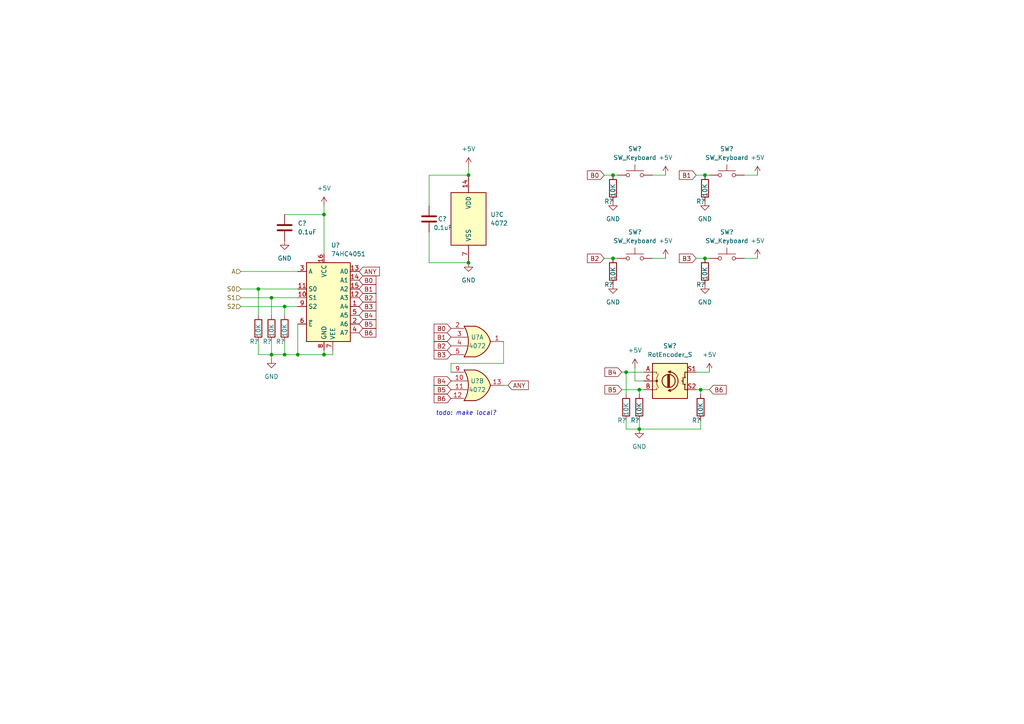
<source format=kicad_sch>
(kicad_sch (version 20211123) (generator eeschema)
  (paper "A4")
  (lib_symbols
    (symbol "4xxx:4072" (pin_names (offset 1.016))
      (property "Reference" "U" (at 0 1.27 0))
      (property "Value" "4072" (at 0 -1.27 0))
      (symbol "4072_1_1"
        (arc (start -3.81 -4.445) (mid -2.5908 0) (end -3.81 4.445) (stroke (width 0.254)))
        (arc (start -0.6096 -4.445) (mid 2.2246 -2.8422) (end 3.81 0) (stroke (width 0.254)) (fill (type background)))
        (polyline (pts (xy -3.81 -4.445) (xy -0.635 -4.445)) (stroke (width 0.254)) (fill (type background)))
        (polyline (pts (xy -3.81 4.445) (xy -0.635 4.445)) (stroke (width 0.254)) (fill (type background)))
        (polyline (pts (xy -0.635 4.445) (xy -3.81 4.445) (xy -3.81 4.445) (xy -3.6322 4.0894) (xy -3.0988 2.921) (xy -2.7686 1.6764) (xy -2.6162 0.4318) (xy -2.6416 -0.8636) (xy -2.8702 -2.1082) (xy -3.2512 -3.3274) (xy -3.81 -4.445) (xy -3.81 -4.445) (xy -0.635 -4.445)) (stroke (width -25.4)) (fill (type background)))
        (arc (start 3.81 0) (mid 2.2204 2.8379) (end -0.6096 4.445) (stroke (width 0.254)) (fill (type background)))
        (pin output line (at 7.62 0 180) (length 3.81) (name "~") (number "1"))
        (pin input line (at -7.62 3.81 0) (length 3.81) (name "~") (number "2"))
        (pin input line (at -7.62 1.27 0) (length 4.826) (name "~") (number "3"))
        (pin input line (at -7.62 -1.27 0) (length 4.826) (name "~") (number "4"))
        (pin input line (at -7.62 -3.81 0) (length 3.81) (name "~") (number "5"))
      )
      (symbol "4072_1_2"
        (arc (start -0.635 -4.445) (mid 3.81 0) (end -0.635 4.445) (stroke (width 0.254)) (fill (type background)))
        (polyline (pts (xy -0.635 4.445) (xy -3.81 4.445) (xy -3.81 -4.445) (xy -0.635 -4.445)) (stroke (width 0.254)) (fill (type background)))
        (pin output inverted (at 7.62 0 180) (length 3.81) (name "~") (number "1"))
        (pin input inverted (at -7.62 3.81 0) (length 3.81) (name "~") (number "2"))
        (pin input inverted (at -7.62 1.27 0) (length 3.81) (name "~") (number "3"))
        (pin input inverted (at -7.62 -1.27 0) (length 3.81) (name "~") (number "4"))
        (pin input inverted (at -7.62 -3.81 0) (length 3.81) (name "~") (number "5"))
      )
      (symbol "4072_2_1"
        (arc (start -3.81 -4.445) (mid -2.5908 0) (end -3.81 4.445) (stroke (width 0.254)))
        (arc (start -0.6096 -4.445) (mid 2.2246 -2.8422) (end 3.81 0) (stroke (width 0.254)) (fill (type background)))
        (polyline (pts (xy -3.81 -4.445) (xy -0.635 -4.445)) (stroke (width 0.254)) (fill (type background)))
        (polyline (pts (xy -3.81 4.445) (xy -0.635 4.445)) (stroke (width 0.254)) (fill (type background)))
        (polyline (pts (xy -0.635 4.445) (xy -3.81 4.445) (xy -3.81 4.445) (xy -3.6322 4.0894) (xy -3.0988 2.921) (xy -2.7686 1.6764) (xy -2.6162 0.4318) (xy -2.6416 -0.8636) (xy -2.8702 -2.1082) (xy -3.2512 -3.3274) (xy -3.81 -4.445) (xy -3.81 -4.445) (xy -0.635 -4.445)) (stroke (width -25.4)) (fill (type background)))
        (arc (start 3.81 0) (mid 2.2204 2.8379) (end -0.6096 4.445) (stroke (width 0.254)) (fill (type background)))
        (pin input line (at -7.62 1.27 0) (length 4.826) (name "~") (number "10"))
        (pin input line (at -7.62 -1.27 0) (length 4.826) (name "~") (number "11"))
        (pin input line (at -7.62 -3.81 0) (length 3.81) (name "~") (number "12"))
        (pin output line (at 7.62 0 180) (length 3.81) (name "~") (number "13"))
        (pin input line (at -7.62 3.81 0) (length 3.81) (name "~") (number "9"))
      )
      (symbol "4072_2_2"
        (arc (start -0.635 -4.445) (mid 3.81 0) (end -0.635 4.445) (stroke (width 0.254)) (fill (type background)))
        (polyline (pts (xy -0.635 4.445) (xy -3.81 4.445) (xy -3.81 -4.445) (xy -0.635 -4.445)) (stroke (width 0.254)) (fill (type background)))
        (pin input inverted (at -7.62 1.27 0) (length 3.81) (name "~") (number "10"))
        (pin input inverted (at -7.62 -1.27 0) (length 3.81) (name "~") (number "11"))
        (pin input inverted (at -7.62 -3.81 0) (length 3.81) (name "~") (number "12"))
        (pin output inverted (at 7.62 0 180) (length 3.81) (name "~") (number "13"))
        (pin input inverted (at -7.62 3.81 0) (length 3.81) (name "~") (number "9"))
      )
      (symbol "4072_3_0"
        (pin power_in line (at 0 12.7 270) (length 5.08) (name "VDD") (number "14"))
        (pin power_in line (at 0 -12.7 90) (length 5.08) (name "VSS") (number "7"))
      )
      (symbol "4072_3_1"
        (rectangle (start -5.08 7.62) (end 5.08 -7.62) (stroke (width 0.254)) (fill (type background)))
      )
    )
    (symbol "74xx:74HC4051"
      (property "Reference" "U" (at -5.08 11.43 0))
      (property "Value" "74HC4051" (at -7.62 -13.97 0))
      (symbol "74HC4051_0_1"
        (rectangle (start -5.08 10.16) (end 7.62 -12.7) (stroke (width 0.254)) (fill (type background)))
      )
      (symbol "74HC4051_1_1"
        (pin passive line (at 10.16 -2.54 180) (length 2.54) (name "A4") (number "1"))
        (pin input line (at -7.62 0 0) (length 2.54) (name "S1") (number "10"))
        (pin input line (at -7.62 2.54 0) (length 2.54) (name "S0") (number "11"))
        (pin passive line (at 10.16 0 180) (length 2.54) (name "A3") (number "12"))
        (pin passive line (at 10.16 7.62 180) (length 2.54) (name "A0") (number "13"))
        (pin passive line (at 10.16 5.08 180) (length 2.54) (name "A1") (number "14"))
        (pin passive line (at 10.16 2.54 180) (length 2.54) (name "A2") (number "15"))
        (pin power_in line (at 0 12.7 270) (length 2.54) (name "VCC") (number "16"))
        (pin passive line (at 10.16 -7.62 180) (length 2.54) (name "A6") (number "2"))
        (pin passive line (at -7.62 7.62 0) (length 2.54) (name "A") (number "3"))
        (pin passive line (at 10.16 -10.16 180) (length 2.54) (name "A7") (number "4"))
        (pin passive line (at 10.16 -5.08 180) (length 2.54) (name "A5") (number "5"))
        (pin input line (at -7.62 -7.62 0) (length 2.54) (name "~{E}") (number "6"))
        (pin power_in line (at 2.54 -15.24 90) (length 2.54) (name "VEE") (number "7"))
        (pin power_in line (at 0 -15.24 90) (length 2.54) (name "GND") (number "8"))
        (pin input line (at -7.62 -2.54 0) (length 2.54) (name "S2") (number "9"))
      )
    )
    (symbol "Device:C" (pin_numbers hide) (pin_names (offset 0.254))
      (property "Reference" "C" (at 0.635 2.54 0))
      (property "Value" "C" (at 0.635 -2.54 0))
      (symbol "C_0_1"
        (polyline (pts (xy -2.032 -0.762) (xy 2.032 -0.762)) (stroke (width 0.508)))
        (polyline (pts (xy -2.032 0.762) (xy 2.032 0.762)) (stroke (width 0.508)))
      )
      (symbol "C_1_1"
        (pin passive line (at 0 3.81 270) (length 2.794) (name "~") (number "1"))
        (pin passive line (at 0 -3.81 90) (length 2.794) (name "~") (number "2"))
      )
    )
    (symbol "Device:R" (pin_numbers hide) (pin_names (offset 0))
      (property "Reference" "R" (at 2.032 0 90))
      (property "Value" "R" (at 0 0 90))
      (symbol "R_0_1"
        (rectangle (start -1.016 -2.54) (end 1.016 2.54) (stroke (width 0.254)))
      )
      (symbol "R_1_1"
        (pin passive line (at 0 3.81 270) (length 1.27) (name "~") (number "1"))
        (pin passive line (at 0 -3.81 90) (length 1.27) (name "~") (number "2"))
      )
    )
    (symbol "Device:RotaryEncoder_Switch" (pin_names (offset 0.254) hide)
      (property "Reference" "SW" (at 0 6.604 0))
      (property "Value" "RotaryEncoder_Switch" (at 0 -6.604 0))
      (symbol "RotaryEncoder_Switch_0_1"
        (rectangle (start -5.08 5.08) (end 5.08 -5.08) (stroke (width 0.254)) (fill (type background)))
        (circle (center -3.81 0) (radius 0.254) (fill (type outline)))
        (arc (start -0.381 -2.794) (mid 2.3622 -0.0508) (end -0.381 2.667) (stroke (width 0.254)))
        (circle (center -0.381 0) (radius 1.905) (stroke (width 0.254)))
        (polyline (pts (xy -0.635 -1.778) (xy -0.635 1.778)) (stroke (width 0.254)))
        (polyline (pts (xy -0.381 -1.778) (xy -0.381 1.778)) (stroke (width 0.254)))
        (polyline (pts (xy -0.127 1.778) (xy -0.127 -1.778)) (stroke (width 0.254)))
        (polyline (pts (xy 3.81 0) (xy 3.429 0)) (stroke (width 0.254)))
        (polyline (pts (xy 3.81 1.016) (xy 3.81 -1.016)) (stroke (width 0.254)))
        (polyline (pts (xy -5.08 -2.54) (xy -3.81 -2.54) (xy -3.81 -2.032)))
        (polyline (pts (xy -5.08 2.54) (xy -3.81 2.54) (xy -3.81 2.032)))
        (polyline (pts (xy 0.254 -3.048) (xy -0.508 -2.794) (xy 0.127 -2.413)) (stroke (width 0.254)))
        (polyline (pts (xy 0.254 2.921) (xy -0.508 2.667) (xy 0.127 2.286)) (stroke (width 0.254)))
        (polyline (pts (xy 5.08 -2.54) (xy 4.318 -2.54) (xy 4.318 -1.016)) (stroke (width 0.254)))
        (polyline (pts (xy 5.08 2.54) (xy 4.318 2.54) (xy 4.318 1.016)) (stroke (width 0.254)))
        (polyline (pts (xy -5.08 0) (xy -3.81 0) (xy -3.81 -1.016) (xy -3.302 -2.032)))
        (polyline (pts (xy -4.318 0) (xy -3.81 0) (xy -3.81 1.016) (xy -3.302 2.032)))
        (circle (center 4.318 -1.016) (radius 0.127) (stroke (width 0.254)))
        (circle (center 4.318 1.016) (radius 0.127) (stroke (width 0.254)))
      )
      (symbol "RotaryEncoder_Switch_1_1"
        (pin passive line (at -7.62 2.54 0) (length 2.54) (name "A") (number "A"))
        (pin passive line (at -7.62 -2.54 0) (length 2.54) (name "B") (number "B"))
        (pin passive line (at -7.62 0 0) (length 2.54) (name "C") (number "C"))
        (pin passive line (at 7.62 2.54 180) (length 2.54) (name "S1") (number "S1"))
        (pin passive line (at 7.62 -2.54 180) (length 2.54) (name "S2") (number "S2"))
      )
    )
    (symbol "Switch:SW_Push" (pin_numbers hide) (pin_names (offset 1.016) hide)
      (property "Reference" "SW" (at 1.27 2.54 0))
      (property "Value" "SW_Push" (at 0 -1.524 0))
      (symbol "SW_Push_0_1"
        (circle (center -2.032 0) (radius 0.508))
        (polyline (pts (xy 0 1.27) (xy 0 3.048)))
        (polyline (pts (xy 2.54 1.27) (xy -2.54 1.27)))
        (circle (center 2.032 0) (radius 0.508))
        (pin passive line (at -5.08 0 0) (length 2.54) (name "1") (number "1"))
        (pin passive line (at 5.08 0 180) (length 2.54) (name "2") (number "2"))
      )
    )
    (symbol "power:+5V" (power) (pin_names (offset 0))
      (property "Value" "+5V" (at 0 3.556 0))
      (symbol "+5V_0_1"
        (polyline (pts (xy -0.762 1.27) (xy 0 2.54)))
        (polyline (pts (xy 0 0) (xy 0 2.54)))
        (polyline (pts (xy 0 2.54) (xy 0.762 1.27)))
      )
      (symbol "+5V_1_1"
        (pin power_in line (at 0 0 90) (length 0) hide (name "+5V") (number "1"))
      )
    )
    (symbol "power:GND" (power) (pin_names (offset 0))
      (property "Value" "GND" (at 0 -3.81 0))
      (symbol "GND_0_1"
        (polyline (pts (xy 0 0) (xy 0 -1.27) (xy 1.27 -1.27) (xy 0 -2.54) (xy -1.27 -1.27) (xy 0 -1.27)))
      )
      (symbol "GND_1_1"
        (pin power_in line (at 0 0 270) (length 0) hide (name "GND") (number "1"))
      )
    )
  )
  (junction (at 181.61 107.95))
  (junction (at 204.47 50.8))
  (junction (at 135.89 76.2))
  (junction (at 82.55 102.87))
  (junction (at 185.42 113.03))
  (junction (at 93.98 102.87))
  (junction (at 74.93 83.82))
  (junction (at 204.47 74.93))
  (junction (at 93.98 62.23))
  (junction (at 135.89 50.8))
  (junction (at 86.36 102.87))
  (junction (at 78.74 86.36))
  (junction (at 177.8 74.93))
  (junction (at 185.42 124.46))
  (junction (at 78.74 102.87))
  (junction (at 203.2 113.03))
  (junction (at 82.55 88.9))
  (junction (at 177.8 50.8))
  (wire (pts (xy 201.93 107.95) (xy 205.74 107.95)))
  (wire (pts (xy 146.05 105.41) (xy 130.81 105.41)))
  (wire (pts (xy 185.42 124.46) (xy 203.2 124.46)))
  (wire (pts (xy 93.98 62.23) (xy 93.98 73.66)))
  (wire (pts (xy 78.74 102.87) (xy 82.55 102.87)))
  (wire (pts (xy 175.26 50.8) (xy 177.8 50.8)))
  (wire (pts (xy 181.61 107.95) (xy 181.61 114.3)))
  (wire (pts (xy 69.85 83.82) (xy 74.93 83.82)))
  (wire (pts (xy 78.74 99.06) (xy 78.74 102.87)))
  (wire (pts (xy 180.34 113.03) (xy 185.42 113.03)))
  (wire (pts (xy 135.89 48.26) (xy 135.89 50.8)))
  (wire (pts (xy 82.55 99.06) (xy 82.55 102.87)))
  (wire (pts (xy 201.93 50.8) (xy 204.47 50.8)))
  (wire (pts (xy 69.85 78.74) (xy 86.36 78.74)))
  (wire (pts (xy 82.55 62.23) (xy 93.98 62.23)))
  (wire (pts (xy 181.61 124.46) (xy 185.42 124.46)))
  (wire (pts (xy 215.9 74.93) (xy 219.71 74.93)))
  (wire (pts (xy 78.74 102.87) (xy 78.74 104.14)))
  (wire (pts (xy 181.61 121.92) (xy 181.61 124.46)))
  (wire (pts (xy 189.23 74.93) (xy 193.04 74.93)))
  (wire (pts (xy 74.93 99.06) (xy 74.93 102.87)))
  (wire (pts (xy 180.34 107.95) (xy 181.61 107.95)))
  (wire (pts (xy 124.46 76.2) (xy 135.89 76.2)))
  (wire (pts (xy 69.85 88.9) (xy 82.55 88.9)))
  (wire (pts (xy 86.36 93.98) (xy 86.36 102.87)))
  (wire (pts (xy 146.05 99.06) (xy 146.05 105.41)))
  (wire (pts (xy 82.55 88.9) (xy 86.36 88.9)))
  (wire (pts (xy 124.46 59.69) (xy 124.46 50.8)))
  (wire (pts (xy 204.47 74.93) (xy 205.74 74.93)))
  (wire (pts (xy 201.93 74.93) (xy 204.47 74.93)))
  (wire (pts (xy 185.42 113.03) (xy 185.42 114.3)))
  (wire (pts (xy 184.15 106.68) (xy 184.15 110.49)))
  (wire (pts (xy 78.74 86.36) (xy 78.74 91.44)))
  (wire (pts (xy 177.8 50.8) (xy 179.07 50.8)))
  (wire (pts (xy 185.42 121.92) (xy 185.42 124.46)))
  (wire (pts (xy 74.93 83.82) (xy 86.36 83.82)))
  (wire (pts (xy 93.98 59.69) (xy 93.98 62.23)))
  (wire (pts (xy 78.74 86.36) (xy 86.36 86.36)))
  (wire (pts (xy 203.2 114.3) (xy 203.2 113.03)))
  (wire (pts (xy 74.93 83.82) (xy 74.93 91.44)))
  (wire (pts (xy 93.98 102.87) (xy 93.98 101.6)))
  (wire (pts (xy 124.46 50.8) (xy 135.89 50.8)))
  (wire (pts (xy 203.2 113.03) (xy 201.93 113.03)))
  (wire (pts (xy 177.8 74.93) (xy 179.07 74.93)))
  (wire (pts (xy 203.2 121.92) (xy 203.2 124.46)))
  (wire (pts (xy 175.26 74.93) (xy 177.8 74.93)))
  (wire (pts (xy 74.93 102.87) (xy 78.74 102.87)))
  (wire (pts (xy 181.61 107.95) (xy 186.69 107.95)))
  (wire (pts (xy 130.81 105.41) (xy 130.81 107.95)))
  (wire (pts (xy 96.52 102.87) (xy 96.52 101.6)))
  (wire (pts (xy 82.55 88.9) (xy 82.55 91.44)))
  (wire (pts (xy 186.69 110.49) (xy 184.15 110.49)))
  (wire (pts (xy 189.23 50.8) (xy 193.04 50.8)))
  (wire (pts (xy 93.98 102.87) (xy 96.52 102.87)))
  (wire (pts (xy 203.2 113.03) (xy 205.74 113.03)))
  (wire (pts (xy 86.36 102.87) (xy 93.98 102.87)))
  (wire (pts (xy 124.46 67.31) (xy 124.46 76.2)))
  (wire (pts (xy 215.9 50.8) (xy 219.71 50.8)))
  (wire (pts (xy 146.05 111.76) (xy 147.32 111.76)))
  (wire (pts (xy 86.36 102.87) (xy 82.55 102.87)))
  (wire (pts (xy 204.47 50.8) (xy 205.74 50.8)))
  (wire (pts (xy 185.42 113.03) (xy 186.69 113.03)))
  (wire (pts (xy 69.85 86.36) (xy 78.74 86.36)))
  (text "todo: make local?\n" (at 126.365 120.65 0) (effects (font (size 1.27 1.27) italic) (justify left bottom)))
  (global_label "B3" (shape input) (at 201.93 74.93 180) (property "Intersheet References" "${INTERSHEET_REFS}" (effects hide)))
  (global_label "B5" (shape input) (at 104.14 93.98 0) (property "Intersheet References" "${INTERSHEET_REFS}" (effects hide)))
  (global_label "B0" (shape input) (at 104.14 81.28 0) (property "Intersheet References" "${INTERSHEET_REFS}" (effects hide)))
  (global_label "B4" (shape input) (at 104.14 91.44 0) (property "Intersheet References" "${INTERSHEET_REFS}" (effects hide)))
  (global_label "B1" (shape input) (at 104.14 83.82 0) (property "Intersheet References" "${INTERSHEET_REFS}" (effects hide)))
  (global_label "B5" (shape input) (at 180.34 113.03 180) (property "Intersheet References" "${INTERSHEET_REFS}" (effects hide)))
  (global_label "B2" (shape input) (at 175.26 74.93 180) (property "Intersheet References" "${INTERSHEET_REFS}" (effects hide)))
  (global_label "B2" (shape input) (at 130.81 100.33 180) (property "Intersheet References" "${INTERSHEET_REFS}" (effects hide)))
  (global_label "B1" (shape input) (at 130.81 97.79 180) (property "Intersheet References" "${INTERSHEET_REFS}" (effects hide)))
  (global_label "B4" (shape input) (at 130.81 110.49 180) (property "Intersheet References" "${INTERSHEET_REFS}" (effects hide)))
  (global_label "B3" (shape input) (at 104.14 88.9 0) (property "Intersheet References" "${INTERSHEET_REFS}" (effects hide)))
  (global_label "B6" (shape input) (at 205.74 113.03 0) (property "Intersheet References" "${INTERSHEET_REFS}" (effects hide)))
  (global_label "B1" (shape input) (at 201.93 50.8 180) (property "Intersheet References" "${INTERSHEET_REFS}" (effects hide)))
  (global_label "B5" (shape input) (at 130.81 113.03 180) (property "Intersheet References" "${INTERSHEET_REFS}" (effects hide)))
  (global_label "B3" (shape input) (at 130.81 102.87 180) (property "Intersheet References" "${INTERSHEET_REFS}" (effects hide)))
  (global_label "ANY" (shape input) (at 147.32 111.76 0) (property "Intersheet References" "${INTERSHEET_REFS}" (effects hide)))
  (global_label "B0" (shape input) (at 130.81 95.25 180) (property "Intersheet References" "${INTERSHEET_REFS}" (effects hide)))
  (global_label "ANY" (shape input) (at 104.14 78.74 0) (property "Intersheet References" "${INTERSHEET_REFS}" (effects hide)))
  (global_label "B4" (shape input) (at 180.34 107.95 180) (property "Intersheet References" "${INTERSHEET_REFS}" (effects hide)))
  (global_label "B0" (shape input) (at 175.26 50.8 180) (property "Intersheet References" "${INTERSHEET_REFS}" (effects hide)))
  (global_label "B6" (shape input) (at 104.14 96.52 0) (property "Intersheet References" "${INTERSHEET_REFS}" (effects hide)))
  (global_label "B2" (shape input) (at 104.14 86.36 0) (property "Intersheet References" "${INTERSHEET_REFS}" (effects hide)))
  (global_label "B6" (shape input) (at 130.81 115.57 180) (property "Intersheet References" "${INTERSHEET_REFS}" (effects hide)))
  (hierarchical_label "A" (shape input) (at 69.85 78.74 180))
  (hierarchical_label "S0" (shape input) (at 69.85 83.82 180))
  (hierarchical_label "S2" (shape input) (at 69.85 88.9 180))
  (hierarchical_label "S1" (shape input) (at 69.85 86.36 180))
  (symbol (lib_id "power:+5V") (at 193.04 74.93 0) (unit 1)
    (property "Reference" "#PWR?" (effects hide))
    (property "Value" "+5V" (at 193.04 69.85 0))
  )
  (symbol (lib_id "power:GND") (at 185.42 124.46 0) (unit 1)
    (property "Reference" "#PWR?" (effects hide))
    (property "Value" "GND" (at 185.42 129.54 0))
  )
  (symbol (lib_id "power:GND") (at 82.55 69.85 0) (unit 1)
    (property "Reference" "#PWR?" (effects hide))
    (property "Value" "GND" (at 82.55 74.93 0))
  )
  (symbol (lib_id "Device:R") (at 177.8 54.61 0) (unit 1)
    (property "Reference" "R?" (at 175.26 58.42 0) (effects (justify left)))
    (property "Value" "10K" (at 177.8 57.15 90) (effects (justify left)))
  )
  (symbol (lib_id "74xx:74HC4051") (at 93.98 86.36 0) (unit 1)
    (property "Reference" "U?" (at 95.9994 71.12 0) (effects (justify left)))
    (property "Value" "74HC4051" (at 95.9994 73.66 0) (effects (justify left)))
    (property "Datasheet" "http://www.ti.com/lit/ds/symlink/cd74hc4051.pdf" (effects hide))
  )
  (symbol (lib_id "power:GND") (at 204.47 58.42 0) (unit 1)
    (property "Reference" "#PWR?" (effects hide))
    (property "Value" "GND" (at 204.47 63.5 0))
  )
  (symbol (lib_id "Device:R") (at 82.55 95.25 0) (unit 1)
    (property "Reference" "R?" (at 80.01 99.06 0) (effects (justify left)))
    (property "Value" "10K" (at 82.55 97.79 90) (effects (justify left)))
  )
  (symbol (lib_id "Switch:SW_Push") (at 210.82 74.93 0) (unit 1)
    (property "Reference" "SW?" (at 210.82 67.31 0))
    (property "Value" "SW_Keyboard" (at 210.82 69.85 0))
  )
  (symbol (lib_id "power:+5V") (at 93.98 59.69 0) (unit 1)
    (property "Reference" "#PWR?" (effects hide))
    (property "Value" "+5V" (at 93.98 54.61 0))
  )
  (symbol (lib_id "Device:R") (at 204.47 54.61 0) (unit 1)
    (property "Reference" "R?" (at 201.93 58.42 0) (effects (justify left)))
    (property "Value" "10K" (at 204.47 57.15 90) (effects (justify left)))
  )
  (symbol (lib_id "Device:R") (at 78.74 95.25 0) (unit 1)
    (property "Reference" "R?" (at 76.2 99.06 0) (effects (justify left)))
    (property "Value" "10K" (at 78.74 97.79 90) (effects (justify left)))
  )
  (symbol (lib_id "power:+5V") (at 135.89 48.26 0) (unit 1)
    (property "Reference" "#PWR?" (effects hide))
    (property "Value" "+5V" (at 135.89 43.18 0))
  )
  (symbol (lib_id "power:+5V") (at 219.71 74.93 0) (unit 1)
    (property "Reference" "#PWR?" (effects hide))
    (property "Value" "+5V" (at 219.71 69.85 0))
  )
  (symbol (lib_id "power:+5V") (at 193.04 50.8 0) (unit 1)
    (property "Reference" "#PWR?" (effects hide))
    (property "Value" "+5V" (at 193.04 45.72 0))
  )
  (symbol (lib_id "Device:C") (at 124.46 63.5 0) (unit 1)
    (property "Reference" "C?" (at 127 63.5 0) (effects (justify left)))
    (property "Value" "0.1uF" (at 125.73 66.04 0) (effects (justify left)))
  )
  (symbol (lib_id "Device:C") (at 82.55 66.04 0) (unit 1)
    (property "Reference" "C?" (at 86.36 64.7699 0) (effects (justify left)))
    (property "Value" "0.1uF" (at 86.36 67.3099 0) (effects (justify left)))
  )
  (symbol (lib_id "power:+5V") (at 184.15 106.68 0) (unit 1)
    (property "Reference" "#PWR?" (effects hide))
    (property "Value" "+5V" (at 184.15 101.6 0))
  )
  (symbol (lib_id "Device:R") (at 181.61 118.11 0) (unit 1)
    (property "Reference" "R?" (at 179.07 121.92 0) (effects (justify left)))
    (property "Value" "10K" (at 181.61 120.65 90) (effects (justify left)))
  )
  (symbol (lib_id "Switch:SW_Push") (at 184.15 74.93 0) (unit 1)
    (property "Reference" "SW?" (at 184.15 67.31 0))
    (property "Value" "SW_Keyboard" (at 184.15 69.85 0))
  )
  (symbol (lib_id "4xxx:4072") (at 138.43 111.76 0) (unit 2)
    (property "Reference" "U?" (at 138.43 110.49 0))
    (property "Value" "4072" (at 138.43 113.03 0))
    (property "Datasheet" "http://www.intersil.com/content/dam/Intersil/documents/cd40/cd4071bms-72bms-75bms.pdf" (effects hide))
  )
  (symbol (lib_id "power:+5V") (at 205.74 107.95 0) (unit 1)
    (property "Reference" "#PWR?" (effects hide))
    (property "Value" "+5V" (at 205.74 102.87 0))
  )
  (symbol (lib_id "power:GND") (at 204.47 82.55 0) (unit 1)
    (property "Reference" "#PWR?" (effects hide))
    (property "Value" "GND" (at 204.47 87.63 0))
  )
  (symbol (lib_id "power:GND") (at 177.8 58.42 0) (unit 1)
    (property "Reference" "#PWR?" (effects hide))
    (property "Value" "GND" (at 177.8 63.5 0))
  )
  (symbol (lib_id "Switch:SW_Push") (at 210.82 50.8 0) (unit 1)
    (property "Reference" "SW?" (at 210.82 43.18 0))
    (property "Value" "SW_Keyboard" (at 210.82 45.72 0))
  )
  (symbol (lib_id "Device:R") (at 185.42 118.11 0) (unit 1)
    (property "Reference" "R?" (at 182.88 121.92 0) (effects (justify left)))
    (property "Value" "10K" (at 185.42 120.65 90) (effects (justify left)))
  )
  (symbol (lib_id "Device:RotaryEncoder_Switch") (at 194.31 110.49 0) (unit 1)
    (property "Reference" "SW?" (at 194.31 100.33 0))
    (property "Value" "RotEncoder_S" (at 194.31 102.87 0))
  )
  (symbol (lib_id "4xxx:4072") (at 135.89 63.5 0) (unit 3)
    (property "Reference" "U?" (at 142.24 62.2299 0) (effects (justify left)))
    (property "Value" "4072" (at 142.24 64.7699 0) (effects (justify left)))
    (property "Datasheet" "http://www.intersil.com/content/dam/Intersil/documents/cd40/cd4071bms-72bms-75bms.pdf" (effects hide))
  )
  (symbol (lib_id "Device:R") (at 204.47 78.74 0) (unit 1)
    (property "Reference" "R?" (at 201.93 82.55 0) (effects (justify left)))
    (property "Value" "10K" (at 204.47 81.28 90) (effects (justify left)))
  )
  (symbol (lib_id "power:GND") (at 135.89 76.2 0) (unit 1)
    (property "Reference" "#PWR?" (effects hide))
    (property "Value" "GND" (at 135.89 81.28 0))
  )
  (symbol (lib_id "Device:R") (at 74.93 95.25 0) (unit 1)
    (property "Reference" "R?" (at 72.39 99.06 0) (effects (justify left)))
    (property "Value" "10K" (at 74.93 97.79 90) (effects (justify left)))
  )
  (symbol (lib_id "power:+5V") (at 219.71 50.8 0) (unit 1)
    (property "Reference" "#PWR?" (effects hide))
    (property "Value" "+5V" (at 219.71 45.72 0))
  )
  (symbol (lib_id "power:GND") (at 177.8 82.55 0) (unit 1)
    (property "Reference" "#PWR?" (effects hide))
    (property "Value" "GND" (at 177.8 87.63 0))
  )
  (symbol (lib_id "power:GND") (at 78.74 104.14 0) (unit 1)
    (property "Reference" "#PWR?" (effects hide))
    (property "Value" "GND" (at 78.74 109.22 0))
  )
  (symbol (lib_id "Device:R") (at 177.8 78.74 0) (unit 1)
    (property "Reference" "R?" (at 175.26 82.55 0) (effects (justify left)))
    (property "Value" "10K" (at 177.8 81.28 90) (effects (justify left)))
  )
  (symbol (lib_id "Switch:SW_Push") (at 184.15 50.8 0) (unit 1)
    (property "Reference" "SW?" (at 184.15 43.18 0))
    (property "Value" "SW_Keyboard" (at 184.15 45.72 0))
  )
  (symbol (lib_id "4xxx:4072") (at 138.43 99.06 0) (unit 1)
    (property "Reference" "U?" (at 138.43 97.79 0))
    (property "Value" "4072" (at 138.43 100.33 0))
    (property "Datasheet" "http://www.intersil.com/content/dam/Intersil/documents/cd40/cd4071bms-72bms-75bms.pdf" (effects hide))
  )
  (symbol (lib_id "Device:R") (at 203.2 118.11 0) (unit 1)
    (property "Reference" "R?" (at 200.66 121.92 0) (effects (justify left)))
    (property "Value" "10K" (at 203.2 120.65 90) (effects (justify left)))
  )
)
</source>
